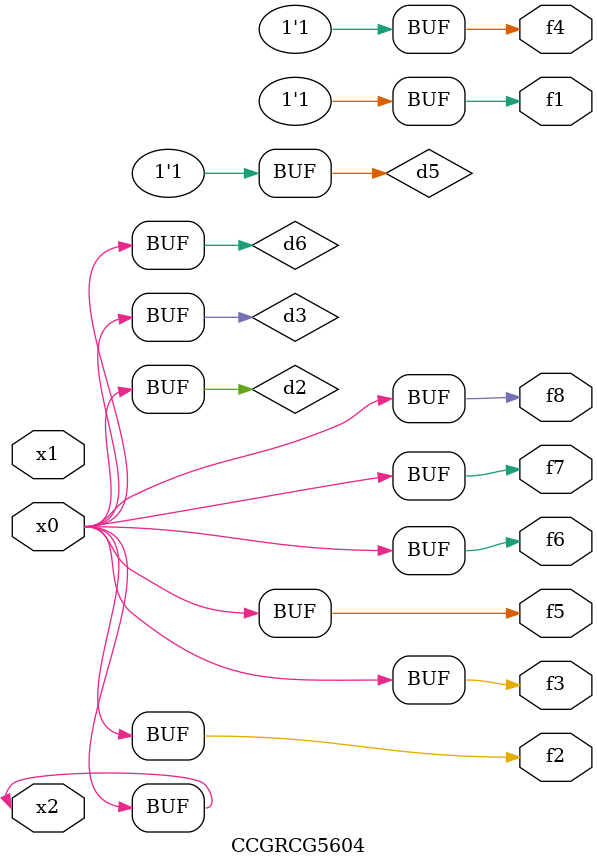
<source format=v>
module CCGRCG5604(
	input x0, x1, x2,
	output f1, f2, f3, f4, f5, f6, f7, f8
);

	wire d1, d2, d3, d4, d5, d6;

	xnor (d1, x2);
	buf (d2, x0, x2);
	and (d3, x0);
	xnor (d4, x1, x2);
	nand (d5, d1, d3);
	buf (d6, d2, d3);
	assign f1 = d5;
	assign f2 = d6;
	assign f3 = d6;
	assign f4 = d5;
	assign f5 = d6;
	assign f6 = d6;
	assign f7 = d6;
	assign f8 = d6;
endmodule

</source>
